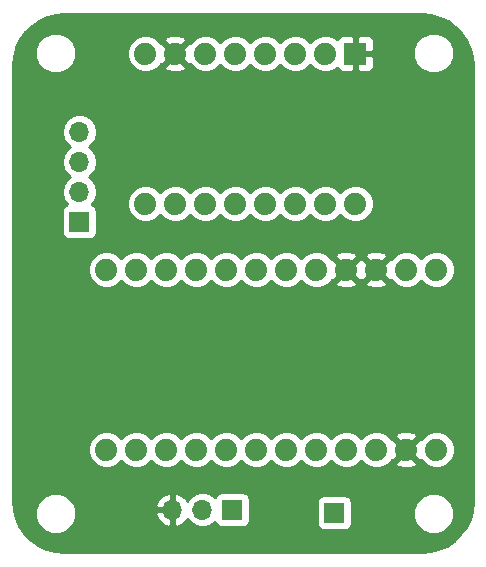
<source format=gbr>
G04 #@! TF.GenerationSoftware,KiCad,Pcbnew,(5.0.0-rc3-dev)*
G04 #@! TF.CreationDate,2019-09-30T17:53:01-04:00*
G04 #@! TF.ProjectId,orbital shaker,6F72626974616C207368616B65722E6B,rev?*
G04 #@! TF.SameCoordinates,Original*
G04 #@! TF.FileFunction,Copper,L2,Bot,Signal*
G04 #@! TF.FilePolarity,Positive*
%FSLAX46Y46*%
G04 Gerber Fmt 4.6, Leading zero omitted, Abs format (unit mm)*
G04 Created by KiCad (PCBNEW (5.0.0-rc3-dev)) date 09/30/19 17:53:01*
%MOMM*%
%LPD*%
G01*
G04 APERTURE LIST*
G04 #@! TA.AperFunction,ComponentPad*
%ADD10C,1.879600*%
G04 #@! TD*
G04 #@! TA.AperFunction,ComponentPad*
%ADD11R,1.879600X1.879600*%
G04 #@! TD*
G04 #@! TA.AperFunction,ComponentPad*
%ADD12O,1.700000X1.700000*%
G04 #@! TD*
G04 #@! TA.AperFunction,ComponentPad*
%ADD13R,1.700000X1.700000*%
G04 #@! TD*
G04 #@! TA.AperFunction,Conductor*
%ADD14C,0.254000*%
G04 #@! TD*
G04 APERTURE END LIST*
D10*
G04 #@! TO.P,A1,16*
G04 #@! TO.N,Net-(A1-Pad16)*
X134366000Y-79756000D03*
G04 #@! TO.P,A1,15*
G04 #@! TO.N,Net-(A1-Pad15)*
X131826000Y-79756000D03*
G04 #@! TO.P,A1,14*
G04 #@! TO.N,Net-(A1-Pad13)*
X129286000Y-79756000D03*
G04 #@! TO.P,A1,13*
X126746000Y-79756000D03*
G04 #@! TO.P,A1,12*
G04 #@! TO.N,Net-(A1-Pad12)*
X124206000Y-79756000D03*
G04 #@! TO.P,A1,11*
G04 #@! TO.N,Net-(A1-Pad11)*
X121666000Y-79756000D03*
G04 #@! TO.P,A1,10*
G04 #@! TO.N,Net-(A1-Pad10)*
X119126000Y-79756000D03*
G04 #@! TO.P,A1,9*
G04 #@! TO.N,Net-(A1-Pad9)*
X116586000Y-79756000D03*
G04 #@! TO.P,A1,8*
G04 #@! TO.N,+12V*
X116586000Y-67056000D03*
G04 #@! TO.P,A1,7*
G04 #@! TO.N,GND*
X119126000Y-67056000D03*
G04 #@! TO.P,A1,6*
G04 #@! TO.N,Net-(A1-Pad6)*
X121666000Y-67056000D03*
G04 #@! TO.P,A1,5*
G04 #@! TO.N,Net-(A1-Pad5)*
X124206000Y-67056000D03*
G04 #@! TO.P,A1,4*
G04 #@! TO.N,Net-(A1-Pad4)*
X126746000Y-67056000D03*
G04 #@! TO.P,A1,3*
G04 #@! TO.N,Net-(A1-Pad3)*
X129286000Y-67056000D03*
G04 #@! TO.P,A1,2*
G04 #@! TO.N,Net-(A1-Pad2)*
X131826000Y-67056000D03*
D11*
G04 #@! TO.P,A1,1*
G04 #@! TO.N,GND*
X134366000Y-67056000D03*
G04 #@! TD*
D10*
G04 #@! TO.P,B1,24*
G04 #@! TO.N,+12V*
X141224000Y-100584000D03*
G04 #@! TO.P,B1,23*
G04 #@! TO.N,GND*
X138684000Y-100584000D03*
G04 #@! TO.P,B1,22*
G04 #@! TO.N,Net-(B1-Pad22)*
X136144000Y-100584000D03*
G04 #@! TO.P,B1,21*
G04 #@! TO.N,Net-(A1-Pad13)*
X133604000Y-100584000D03*
G04 #@! TO.P,B1,20*
G04 #@! TO.N,Net-(B1-Pad20)*
X131064000Y-100584000D03*
G04 #@! TO.P,B1,19*
G04 #@! TO.N,Net-(B1-Pad19)*
X128524000Y-100584000D03*
G04 #@! TO.P,B1,18*
G04 #@! TO.N,Net-(B1-Pad18)*
X125984000Y-100584000D03*
G04 #@! TO.P,B1,17*
G04 #@! TO.N,Net-(B1-Pad17)*
X123444000Y-100584000D03*
G04 #@! TO.P,B1,16*
G04 #@! TO.N,Net-(B1-Pad16)*
X120904000Y-100584000D03*
G04 #@! TO.P,B1,15*
G04 #@! TO.N,Net-(B1-Pad15)*
X118364000Y-100584000D03*
G04 #@! TO.P,B1,14*
G04 #@! TO.N,Net-(B1-Pad14)*
X115824000Y-100584000D03*
G04 #@! TO.P,B1,13*
G04 #@! TO.N,Net-(B1-Pad13)*
X113284000Y-100584000D03*
G04 #@! TO.P,B1,12*
G04 #@! TO.N,Net-(B1-Pad12)*
X113284000Y-85344000D03*
G04 #@! TO.P,B1,11*
G04 #@! TO.N,Net-(A1-Pad16)*
X115824000Y-85344000D03*
G04 #@! TO.P,B1,10*
G04 #@! TO.N,Net-(A1-Pad15)*
X118364000Y-85344000D03*
G04 #@! TO.P,B1,9*
G04 #@! TO.N,Net-(B1-Pad9)*
X120904000Y-85344000D03*
G04 #@! TO.P,B1,8*
G04 #@! TO.N,Net-(B1-Pad8)*
X123444000Y-85344000D03*
G04 #@! TO.P,B1,7*
G04 #@! TO.N,Net-(B1-Pad7)*
X125984000Y-85344000D03*
G04 #@! TO.P,B1,6*
G04 #@! TO.N,Net-(B1-Pad6)*
X128524000Y-85344000D03*
G04 #@! TO.P,B1,5*
G04 #@! TO.N,Net-(B1-Pad5)*
X131064000Y-85344000D03*
G04 #@! TO.P,B1,4*
G04 #@! TO.N,GND*
X133604000Y-85344000D03*
G04 #@! TO.P,B1,3*
X136144000Y-85344000D03*
G04 #@! TO.P,B1,2*
G04 #@! TO.N,Net-(B1-Pad2)*
X138684000Y-85344000D03*
G04 #@! TO.P,B1,1*
G04 #@! TO.N,Net-(B1-Pad1)*
X141224000Y-85344000D03*
G04 #@! TD*
D12*
G04 #@! TO.P,J1,2*
G04 #@! TO.N,GND*
X135128000Y-105918000D03*
D13*
G04 #@! TO.P,J1,1*
G04 #@! TO.N,+12V*
X132588000Y-105918000D03*
G04 #@! TD*
D12*
G04 #@! TO.P,J2,4*
G04 #@! TO.N,Net-(A1-Pad6)*
X110998000Y-73660000D03*
G04 #@! TO.P,J2,3*
G04 #@! TO.N,Net-(A1-Pad5)*
X110998000Y-76200000D03*
G04 #@! TO.P,J2,2*
G04 #@! TO.N,Net-(A1-Pad3)*
X110998000Y-78740000D03*
D13*
G04 #@! TO.P,J2,1*
G04 #@! TO.N,Net-(A1-Pad4)*
X110998000Y-81280000D03*
G04 #@! TD*
D12*
G04 #@! TO.P,J3,3*
G04 #@! TO.N,GND*
X118872000Y-105664000D03*
G04 #@! TO.P,J3,2*
G04 #@! TO.N,Net-(B1-Pad17)*
X121412000Y-105664000D03*
D13*
G04 #@! TO.P,J3,1*
G04 #@! TO.N,Net-(A1-Pad13)*
X123952000Y-105664000D03*
G04 #@! TD*
D14*
G04 #@! TO.N,GND*
G36*
X140788747Y-63797281D02*
X141519643Y-63997231D01*
X142203575Y-64323450D01*
X142818928Y-64765626D01*
X143346259Y-65309789D01*
X143768886Y-65938726D01*
X144073463Y-66632570D01*
X144251715Y-67375039D01*
X144299001Y-68018963D01*
X144299000Y-104949269D01*
X144228719Y-105736748D01*
X144028769Y-106467643D01*
X143702550Y-107151575D01*
X143260374Y-107766928D01*
X142716211Y-108294259D01*
X142087274Y-108716886D01*
X141393429Y-109021464D01*
X140650961Y-109199714D01*
X140007051Y-109247000D01*
X109680731Y-109247000D01*
X108893252Y-109176719D01*
X108162357Y-108976769D01*
X107478425Y-108650550D01*
X106863072Y-108208374D01*
X106335741Y-107664211D01*
X105913114Y-107035274D01*
X105608536Y-106341429D01*
X105443713Y-105654887D01*
X107265000Y-105654887D01*
X107265000Y-106345113D01*
X107529138Y-106982799D01*
X108017201Y-107470862D01*
X108654887Y-107735000D01*
X109345113Y-107735000D01*
X109982799Y-107470862D01*
X110470862Y-106982799D01*
X110735000Y-106345113D01*
X110735000Y-106020892D01*
X117430514Y-106020892D01*
X117676817Y-106545358D01*
X118105076Y-106935645D01*
X118515110Y-107105476D01*
X118745000Y-106984155D01*
X118745000Y-105791000D01*
X117551181Y-105791000D01*
X117430514Y-106020892D01*
X110735000Y-106020892D01*
X110735000Y-105654887D01*
X110590946Y-105307108D01*
X117430514Y-105307108D01*
X117551181Y-105537000D01*
X118745000Y-105537000D01*
X118745000Y-104343845D01*
X118999000Y-104343845D01*
X118999000Y-105537000D01*
X119019000Y-105537000D01*
X119019000Y-105791000D01*
X118999000Y-105791000D01*
X118999000Y-106984155D01*
X119228890Y-107105476D01*
X119638924Y-106935645D01*
X120067183Y-106545358D01*
X120128157Y-106415522D01*
X120341375Y-106734625D01*
X120832582Y-107062839D01*
X121265744Y-107149000D01*
X121558256Y-107149000D01*
X121991418Y-107062839D01*
X122482625Y-106734625D01*
X122494816Y-106716381D01*
X122503843Y-106761765D01*
X122644191Y-106971809D01*
X122854235Y-107112157D01*
X123102000Y-107161440D01*
X124802000Y-107161440D01*
X125049765Y-107112157D01*
X125259809Y-106971809D01*
X125400157Y-106761765D01*
X125449440Y-106514000D01*
X125449440Y-105068000D01*
X131090560Y-105068000D01*
X131090560Y-106768000D01*
X131139843Y-107015765D01*
X131280191Y-107225809D01*
X131490235Y-107366157D01*
X131738000Y-107415440D01*
X133438000Y-107415440D01*
X133685765Y-107366157D01*
X133895809Y-107225809D01*
X134036157Y-107015765D01*
X134085440Y-106768000D01*
X134085440Y-105654887D01*
X139265000Y-105654887D01*
X139265000Y-106345113D01*
X139529138Y-106982799D01*
X140017201Y-107470862D01*
X140654887Y-107735000D01*
X141345113Y-107735000D01*
X141982799Y-107470862D01*
X142470862Y-106982799D01*
X142735000Y-106345113D01*
X142735000Y-105654887D01*
X142470862Y-105017201D01*
X141982799Y-104529138D01*
X141345113Y-104265000D01*
X140654887Y-104265000D01*
X140017201Y-104529138D01*
X139529138Y-105017201D01*
X139265000Y-105654887D01*
X134085440Y-105654887D01*
X134085440Y-105068000D01*
X134036157Y-104820235D01*
X133895809Y-104610191D01*
X133685765Y-104469843D01*
X133438000Y-104420560D01*
X131738000Y-104420560D01*
X131490235Y-104469843D01*
X131280191Y-104610191D01*
X131139843Y-104820235D01*
X131090560Y-105068000D01*
X125449440Y-105068000D01*
X125449440Y-104814000D01*
X125400157Y-104566235D01*
X125259809Y-104356191D01*
X125049765Y-104215843D01*
X124802000Y-104166560D01*
X123102000Y-104166560D01*
X122854235Y-104215843D01*
X122644191Y-104356191D01*
X122503843Y-104566235D01*
X122494816Y-104611619D01*
X122482625Y-104593375D01*
X121991418Y-104265161D01*
X121558256Y-104179000D01*
X121265744Y-104179000D01*
X120832582Y-104265161D01*
X120341375Y-104593375D01*
X120128157Y-104912478D01*
X120067183Y-104782642D01*
X119638924Y-104392355D01*
X119228890Y-104222524D01*
X118999000Y-104343845D01*
X118745000Y-104343845D01*
X118515110Y-104222524D01*
X118105076Y-104392355D01*
X117676817Y-104782642D01*
X117430514Y-105307108D01*
X110590946Y-105307108D01*
X110470862Y-105017201D01*
X109982799Y-104529138D01*
X109345113Y-104265000D01*
X108654887Y-104265000D01*
X108017201Y-104529138D01*
X107529138Y-105017201D01*
X107265000Y-105654887D01*
X105443713Y-105654887D01*
X105430286Y-105598961D01*
X105383000Y-104955051D01*
X105383000Y-100270753D01*
X111709200Y-100270753D01*
X111709200Y-100897247D01*
X111948949Y-101476052D01*
X112391948Y-101919051D01*
X112970753Y-102158800D01*
X113597247Y-102158800D01*
X114176052Y-101919051D01*
X114554000Y-101541103D01*
X114931948Y-101919051D01*
X115510753Y-102158800D01*
X116137247Y-102158800D01*
X116716052Y-101919051D01*
X117094000Y-101541103D01*
X117471948Y-101919051D01*
X118050753Y-102158800D01*
X118677247Y-102158800D01*
X119256052Y-101919051D01*
X119634000Y-101541103D01*
X120011948Y-101919051D01*
X120590753Y-102158800D01*
X121217247Y-102158800D01*
X121796052Y-101919051D01*
X122174000Y-101541103D01*
X122551948Y-101919051D01*
X123130753Y-102158800D01*
X123757247Y-102158800D01*
X124336052Y-101919051D01*
X124714000Y-101541103D01*
X125091948Y-101919051D01*
X125670753Y-102158800D01*
X126297247Y-102158800D01*
X126876052Y-101919051D01*
X127254000Y-101541103D01*
X127631948Y-101919051D01*
X128210753Y-102158800D01*
X128837247Y-102158800D01*
X129416052Y-101919051D01*
X129794000Y-101541103D01*
X130171948Y-101919051D01*
X130750753Y-102158800D01*
X131377247Y-102158800D01*
X131956052Y-101919051D01*
X132334000Y-101541103D01*
X132711948Y-101919051D01*
X133290753Y-102158800D01*
X133917247Y-102158800D01*
X134496052Y-101919051D01*
X134874000Y-101541103D01*
X135251948Y-101919051D01*
X135830753Y-102158800D01*
X136457247Y-102158800D01*
X137036052Y-101919051D01*
X137262135Y-101692968D01*
X137754637Y-101692968D01*
X137845923Y-101953580D01*
X138433833Y-102170045D01*
X139059828Y-102145049D01*
X139522077Y-101953580D01*
X139613363Y-101692968D01*
X138684000Y-100763605D01*
X137754637Y-101692968D01*
X137262135Y-101692968D01*
X137476317Y-101478786D01*
X137575032Y-101513363D01*
X138504395Y-100584000D01*
X138863605Y-100584000D01*
X139792968Y-101513363D01*
X139891683Y-101478786D01*
X140331948Y-101919051D01*
X140910753Y-102158800D01*
X141537247Y-102158800D01*
X142116052Y-101919051D01*
X142559051Y-101476052D01*
X142798800Y-100897247D01*
X142798800Y-100270753D01*
X142559051Y-99691948D01*
X142116052Y-99248949D01*
X141537247Y-99009200D01*
X140910753Y-99009200D01*
X140331948Y-99248949D01*
X139891683Y-99689214D01*
X139792968Y-99654637D01*
X138863605Y-100584000D01*
X138504395Y-100584000D01*
X137575032Y-99654637D01*
X137476317Y-99689214D01*
X137262135Y-99475032D01*
X137754637Y-99475032D01*
X138684000Y-100404395D01*
X139613363Y-99475032D01*
X139522077Y-99214420D01*
X138934167Y-98997955D01*
X138308172Y-99022951D01*
X137845923Y-99214420D01*
X137754637Y-99475032D01*
X137262135Y-99475032D01*
X137036052Y-99248949D01*
X136457247Y-99009200D01*
X135830753Y-99009200D01*
X135251948Y-99248949D01*
X134874000Y-99626897D01*
X134496052Y-99248949D01*
X133917247Y-99009200D01*
X133290753Y-99009200D01*
X132711948Y-99248949D01*
X132334000Y-99626897D01*
X131956052Y-99248949D01*
X131377247Y-99009200D01*
X130750753Y-99009200D01*
X130171948Y-99248949D01*
X129794000Y-99626897D01*
X129416052Y-99248949D01*
X128837247Y-99009200D01*
X128210753Y-99009200D01*
X127631948Y-99248949D01*
X127254000Y-99626897D01*
X126876052Y-99248949D01*
X126297247Y-99009200D01*
X125670753Y-99009200D01*
X125091948Y-99248949D01*
X124714000Y-99626897D01*
X124336052Y-99248949D01*
X123757247Y-99009200D01*
X123130753Y-99009200D01*
X122551948Y-99248949D01*
X122174000Y-99626897D01*
X121796052Y-99248949D01*
X121217247Y-99009200D01*
X120590753Y-99009200D01*
X120011948Y-99248949D01*
X119634000Y-99626897D01*
X119256052Y-99248949D01*
X118677247Y-99009200D01*
X118050753Y-99009200D01*
X117471948Y-99248949D01*
X117094000Y-99626897D01*
X116716052Y-99248949D01*
X116137247Y-99009200D01*
X115510753Y-99009200D01*
X114931948Y-99248949D01*
X114554000Y-99626897D01*
X114176052Y-99248949D01*
X113597247Y-99009200D01*
X112970753Y-99009200D01*
X112391948Y-99248949D01*
X111948949Y-99691948D01*
X111709200Y-100270753D01*
X105383000Y-100270753D01*
X105383000Y-85030753D01*
X111709200Y-85030753D01*
X111709200Y-85657247D01*
X111948949Y-86236052D01*
X112391948Y-86679051D01*
X112970753Y-86918800D01*
X113597247Y-86918800D01*
X114176052Y-86679051D01*
X114554000Y-86301103D01*
X114931948Y-86679051D01*
X115510753Y-86918800D01*
X116137247Y-86918800D01*
X116716052Y-86679051D01*
X117094000Y-86301103D01*
X117471948Y-86679051D01*
X118050753Y-86918800D01*
X118677247Y-86918800D01*
X119256052Y-86679051D01*
X119634000Y-86301103D01*
X120011948Y-86679051D01*
X120590753Y-86918800D01*
X121217247Y-86918800D01*
X121796052Y-86679051D01*
X122174000Y-86301103D01*
X122551948Y-86679051D01*
X123130753Y-86918800D01*
X123757247Y-86918800D01*
X124336052Y-86679051D01*
X124714000Y-86301103D01*
X125091948Y-86679051D01*
X125670753Y-86918800D01*
X126297247Y-86918800D01*
X126876052Y-86679051D01*
X127254000Y-86301103D01*
X127631948Y-86679051D01*
X128210753Y-86918800D01*
X128837247Y-86918800D01*
X129416052Y-86679051D01*
X129794000Y-86301103D01*
X130171948Y-86679051D01*
X130750753Y-86918800D01*
X131377247Y-86918800D01*
X131956052Y-86679051D01*
X132182135Y-86452968D01*
X132674637Y-86452968D01*
X132765923Y-86713580D01*
X133353833Y-86930045D01*
X133979828Y-86905049D01*
X134442077Y-86713580D01*
X134533363Y-86452968D01*
X135214637Y-86452968D01*
X135305923Y-86713580D01*
X135893833Y-86930045D01*
X136519828Y-86905049D01*
X136982077Y-86713580D01*
X137073363Y-86452968D01*
X136144000Y-85523605D01*
X135214637Y-86452968D01*
X134533363Y-86452968D01*
X133604000Y-85523605D01*
X132674637Y-86452968D01*
X132182135Y-86452968D01*
X132396317Y-86238786D01*
X132495032Y-86273363D01*
X133424395Y-85344000D01*
X133783605Y-85344000D01*
X134712968Y-86273363D01*
X134874000Y-86216957D01*
X135035032Y-86273363D01*
X135964395Y-85344000D01*
X136323605Y-85344000D01*
X137252968Y-86273363D01*
X137351683Y-86238786D01*
X137791948Y-86679051D01*
X138370753Y-86918800D01*
X138997247Y-86918800D01*
X139576052Y-86679051D01*
X139954000Y-86301103D01*
X140331948Y-86679051D01*
X140910753Y-86918800D01*
X141537247Y-86918800D01*
X142116052Y-86679051D01*
X142559051Y-86236052D01*
X142798800Y-85657247D01*
X142798800Y-85030753D01*
X142559051Y-84451948D01*
X142116052Y-84008949D01*
X141537247Y-83769200D01*
X140910753Y-83769200D01*
X140331948Y-84008949D01*
X139954000Y-84386897D01*
X139576052Y-84008949D01*
X138997247Y-83769200D01*
X138370753Y-83769200D01*
X137791948Y-84008949D01*
X137351683Y-84449214D01*
X137252968Y-84414637D01*
X136323605Y-85344000D01*
X135964395Y-85344000D01*
X135035032Y-84414637D01*
X134874000Y-84471043D01*
X134712968Y-84414637D01*
X133783605Y-85344000D01*
X133424395Y-85344000D01*
X132495032Y-84414637D01*
X132396317Y-84449214D01*
X132182135Y-84235032D01*
X132674637Y-84235032D01*
X133604000Y-85164395D01*
X134533363Y-84235032D01*
X135214637Y-84235032D01*
X136144000Y-85164395D01*
X137073363Y-84235032D01*
X136982077Y-83974420D01*
X136394167Y-83757955D01*
X135768172Y-83782951D01*
X135305923Y-83974420D01*
X135214637Y-84235032D01*
X134533363Y-84235032D01*
X134442077Y-83974420D01*
X133854167Y-83757955D01*
X133228172Y-83782951D01*
X132765923Y-83974420D01*
X132674637Y-84235032D01*
X132182135Y-84235032D01*
X131956052Y-84008949D01*
X131377247Y-83769200D01*
X130750753Y-83769200D01*
X130171948Y-84008949D01*
X129794000Y-84386897D01*
X129416052Y-84008949D01*
X128837247Y-83769200D01*
X128210753Y-83769200D01*
X127631948Y-84008949D01*
X127254000Y-84386897D01*
X126876052Y-84008949D01*
X126297247Y-83769200D01*
X125670753Y-83769200D01*
X125091948Y-84008949D01*
X124714000Y-84386897D01*
X124336052Y-84008949D01*
X123757247Y-83769200D01*
X123130753Y-83769200D01*
X122551948Y-84008949D01*
X122174000Y-84386897D01*
X121796052Y-84008949D01*
X121217247Y-83769200D01*
X120590753Y-83769200D01*
X120011948Y-84008949D01*
X119634000Y-84386897D01*
X119256052Y-84008949D01*
X118677247Y-83769200D01*
X118050753Y-83769200D01*
X117471948Y-84008949D01*
X117094000Y-84386897D01*
X116716052Y-84008949D01*
X116137247Y-83769200D01*
X115510753Y-83769200D01*
X114931948Y-84008949D01*
X114554000Y-84386897D01*
X114176052Y-84008949D01*
X113597247Y-83769200D01*
X112970753Y-83769200D01*
X112391948Y-84008949D01*
X111948949Y-84451948D01*
X111709200Y-85030753D01*
X105383000Y-85030753D01*
X105383000Y-73660000D01*
X109483908Y-73660000D01*
X109599161Y-74239418D01*
X109927375Y-74730625D01*
X110225761Y-74930000D01*
X109927375Y-75129375D01*
X109599161Y-75620582D01*
X109483908Y-76200000D01*
X109599161Y-76779418D01*
X109927375Y-77270625D01*
X110225761Y-77470000D01*
X109927375Y-77669375D01*
X109599161Y-78160582D01*
X109483908Y-78740000D01*
X109599161Y-79319418D01*
X109927375Y-79810625D01*
X109945619Y-79822816D01*
X109900235Y-79831843D01*
X109690191Y-79972191D01*
X109549843Y-80182235D01*
X109500560Y-80430000D01*
X109500560Y-82130000D01*
X109549843Y-82377765D01*
X109690191Y-82587809D01*
X109900235Y-82728157D01*
X110148000Y-82777440D01*
X111848000Y-82777440D01*
X112095765Y-82728157D01*
X112305809Y-82587809D01*
X112446157Y-82377765D01*
X112495440Y-82130000D01*
X112495440Y-80430000D01*
X112446157Y-80182235D01*
X112305809Y-79972191D01*
X112095765Y-79831843D01*
X112050381Y-79822816D01*
X112068625Y-79810625D01*
X112314429Y-79442753D01*
X115011200Y-79442753D01*
X115011200Y-80069247D01*
X115250949Y-80648052D01*
X115693948Y-81091051D01*
X116272753Y-81330800D01*
X116899247Y-81330800D01*
X117478052Y-81091051D01*
X117856000Y-80713103D01*
X118233948Y-81091051D01*
X118812753Y-81330800D01*
X119439247Y-81330800D01*
X120018052Y-81091051D01*
X120396000Y-80713103D01*
X120773948Y-81091051D01*
X121352753Y-81330800D01*
X121979247Y-81330800D01*
X122558052Y-81091051D01*
X122936000Y-80713103D01*
X123313948Y-81091051D01*
X123892753Y-81330800D01*
X124519247Y-81330800D01*
X125098052Y-81091051D01*
X125476000Y-80713103D01*
X125853948Y-81091051D01*
X126432753Y-81330800D01*
X127059247Y-81330800D01*
X127638052Y-81091051D01*
X128016000Y-80713103D01*
X128393948Y-81091051D01*
X128972753Y-81330800D01*
X129599247Y-81330800D01*
X130178052Y-81091051D01*
X130556000Y-80713103D01*
X130933948Y-81091051D01*
X131512753Y-81330800D01*
X132139247Y-81330800D01*
X132718052Y-81091051D01*
X133096000Y-80713103D01*
X133473948Y-81091051D01*
X134052753Y-81330800D01*
X134679247Y-81330800D01*
X135258052Y-81091051D01*
X135701051Y-80648052D01*
X135940800Y-80069247D01*
X135940800Y-79442753D01*
X135701051Y-78863948D01*
X135258052Y-78420949D01*
X134679247Y-78181200D01*
X134052753Y-78181200D01*
X133473948Y-78420949D01*
X133096000Y-78798897D01*
X132718052Y-78420949D01*
X132139247Y-78181200D01*
X131512753Y-78181200D01*
X130933948Y-78420949D01*
X130556000Y-78798897D01*
X130178052Y-78420949D01*
X129599247Y-78181200D01*
X128972753Y-78181200D01*
X128393948Y-78420949D01*
X128016000Y-78798897D01*
X127638052Y-78420949D01*
X127059247Y-78181200D01*
X126432753Y-78181200D01*
X125853948Y-78420949D01*
X125476000Y-78798897D01*
X125098052Y-78420949D01*
X124519247Y-78181200D01*
X123892753Y-78181200D01*
X123313948Y-78420949D01*
X122936000Y-78798897D01*
X122558052Y-78420949D01*
X121979247Y-78181200D01*
X121352753Y-78181200D01*
X120773948Y-78420949D01*
X120396000Y-78798897D01*
X120018052Y-78420949D01*
X119439247Y-78181200D01*
X118812753Y-78181200D01*
X118233948Y-78420949D01*
X117856000Y-78798897D01*
X117478052Y-78420949D01*
X116899247Y-78181200D01*
X116272753Y-78181200D01*
X115693948Y-78420949D01*
X115250949Y-78863948D01*
X115011200Y-79442753D01*
X112314429Y-79442753D01*
X112396839Y-79319418D01*
X112512092Y-78740000D01*
X112396839Y-78160582D01*
X112068625Y-77669375D01*
X111770239Y-77470000D01*
X112068625Y-77270625D01*
X112396839Y-76779418D01*
X112512092Y-76200000D01*
X112396839Y-75620582D01*
X112068625Y-75129375D01*
X111770239Y-74930000D01*
X112068625Y-74730625D01*
X112396839Y-74239418D01*
X112512092Y-73660000D01*
X112396839Y-73080582D01*
X112068625Y-72589375D01*
X111577418Y-72261161D01*
X111144256Y-72175000D01*
X110851744Y-72175000D01*
X110418582Y-72261161D01*
X109927375Y-72589375D01*
X109599161Y-73080582D01*
X109483908Y-73660000D01*
X105383000Y-73660000D01*
X105383000Y-68024731D01*
X105453281Y-67237253D01*
X105612597Y-66654887D01*
X107265000Y-66654887D01*
X107265000Y-67345113D01*
X107529138Y-67982799D01*
X108017201Y-68470862D01*
X108654887Y-68735000D01*
X109345113Y-68735000D01*
X109982799Y-68470862D01*
X110470862Y-67982799D01*
X110735000Y-67345113D01*
X110735000Y-66742753D01*
X115011200Y-66742753D01*
X115011200Y-67369247D01*
X115250949Y-67948052D01*
X115693948Y-68391051D01*
X116272753Y-68630800D01*
X116899247Y-68630800D01*
X117478052Y-68391051D01*
X117704135Y-68164968D01*
X118196637Y-68164968D01*
X118287923Y-68425580D01*
X118875833Y-68642045D01*
X119501828Y-68617049D01*
X119964077Y-68425580D01*
X120055363Y-68164968D01*
X119126000Y-67235605D01*
X118196637Y-68164968D01*
X117704135Y-68164968D01*
X117918317Y-67950786D01*
X118017032Y-67985363D01*
X118946395Y-67056000D01*
X119305605Y-67056000D01*
X120234968Y-67985363D01*
X120333683Y-67950786D01*
X120773948Y-68391051D01*
X121352753Y-68630800D01*
X121979247Y-68630800D01*
X122558052Y-68391051D01*
X122936000Y-68013103D01*
X123313948Y-68391051D01*
X123892753Y-68630800D01*
X124519247Y-68630800D01*
X125098052Y-68391051D01*
X125476000Y-68013103D01*
X125853948Y-68391051D01*
X126432753Y-68630800D01*
X127059247Y-68630800D01*
X127638052Y-68391051D01*
X128016000Y-68013103D01*
X128393948Y-68391051D01*
X128972753Y-68630800D01*
X129599247Y-68630800D01*
X130178052Y-68391051D01*
X130556000Y-68013103D01*
X130933948Y-68391051D01*
X131512753Y-68630800D01*
X132139247Y-68630800D01*
X132718052Y-68391051D01*
X132848547Y-68260556D01*
X132887873Y-68355498D01*
X133066501Y-68534127D01*
X133299890Y-68630800D01*
X134080250Y-68630800D01*
X134239000Y-68472050D01*
X134239000Y-67183000D01*
X134493000Y-67183000D01*
X134493000Y-68472050D01*
X134651750Y-68630800D01*
X135432110Y-68630800D01*
X135665499Y-68534127D01*
X135844127Y-68355498D01*
X135940800Y-68122109D01*
X135940800Y-67341750D01*
X135782050Y-67183000D01*
X134493000Y-67183000D01*
X134239000Y-67183000D01*
X134219000Y-67183000D01*
X134219000Y-66929000D01*
X134239000Y-66929000D01*
X134239000Y-65639950D01*
X134493000Y-65639950D01*
X134493000Y-66929000D01*
X135782050Y-66929000D01*
X135940800Y-66770250D01*
X135940800Y-66654887D01*
X139265000Y-66654887D01*
X139265000Y-67345113D01*
X139529138Y-67982799D01*
X140017201Y-68470862D01*
X140654887Y-68735000D01*
X141345113Y-68735000D01*
X141982799Y-68470862D01*
X142470862Y-67982799D01*
X142735000Y-67345113D01*
X142735000Y-66654887D01*
X142470862Y-66017201D01*
X141982799Y-65529138D01*
X141345113Y-65265000D01*
X140654887Y-65265000D01*
X140017201Y-65529138D01*
X139529138Y-66017201D01*
X139265000Y-66654887D01*
X135940800Y-66654887D01*
X135940800Y-65989891D01*
X135844127Y-65756502D01*
X135665499Y-65577873D01*
X135432110Y-65481200D01*
X134651750Y-65481200D01*
X134493000Y-65639950D01*
X134239000Y-65639950D01*
X134080250Y-65481200D01*
X133299890Y-65481200D01*
X133066501Y-65577873D01*
X132887873Y-65756502D01*
X132848547Y-65851444D01*
X132718052Y-65720949D01*
X132139247Y-65481200D01*
X131512753Y-65481200D01*
X130933948Y-65720949D01*
X130556000Y-66098897D01*
X130178052Y-65720949D01*
X129599247Y-65481200D01*
X128972753Y-65481200D01*
X128393948Y-65720949D01*
X128016000Y-66098897D01*
X127638052Y-65720949D01*
X127059247Y-65481200D01*
X126432753Y-65481200D01*
X125853948Y-65720949D01*
X125476000Y-66098897D01*
X125098052Y-65720949D01*
X124519247Y-65481200D01*
X123892753Y-65481200D01*
X123313948Y-65720949D01*
X122936000Y-66098897D01*
X122558052Y-65720949D01*
X121979247Y-65481200D01*
X121352753Y-65481200D01*
X120773948Y-65720949D01*
X120333683Y-66161214D01*
X120234968Y-66126637D01*
X119305605Y-67056000D01*
X118946395Y-67056000D01*
X118017032Y-66126637D01*
X117918317Y-66161214D01*
X117704135Y-65947032D01*
X118196637Y-65947032D01*
X119126000Y-66876395D01*
X120055363Y-65947032D01*
X119964077Y-65686420D01*
X119376167Y-65469955D01*
X118750172Y-65494951D01*
X118287923Y-65686420D01*
X118196637Y-65947032D01*
X117704135Y-65947032D01*
X117478052Y-65720949D01*
X116899247Y-65481200D01*
X116272753Y-65481200D01*
X115693948Y-65720949D01*
X115250949Y-66163948D01*
X115011200Y-66742753D01*
X110735000Y-66742753D01*
X110735000Y-66654887D01*
X110470862Y-66017201D01*
X109982799Y-65529138D01*
X109345113Y-65265000D01*
X108654887Y-65265000D01*
X108017201Y-65529138D01*
X107529138Y-66017201D01*
X107265000Y-66654887D01*
X105612597Y-66654887D01*
X105653231Y-66506357D01*
X105979450Y-65822425D01*
X106421626Y-65207072D01*
X106965789Y-64679741D01*
X107594726Y-64257114D01*
X108288570Y-63952537D01*
X109031039Y-63774285D01*
X109674949Y-63727000D01*
X140001269Y-63727000D01*
X140788747Y-63797281D01*
X140788747Y-63797281D01*
G37*
X140788747Y-63797281D02*
X141519643Y-63997231D01*
X142203575Y-64323450D01*
X142818928Y-64765626D01*
X143346259Y-65309789D01*
X143768886Y-65938726D01*
X144073463Y-66632570D01*
X144251715Y-67375039D01*
X144299001Y-68018963D01*
X144299000Y-104949269D01*
X144228719Y-105736748D01*
X144028769Y-106467643D01*
X143702550Y-107151575D01*
X143260374Y-107766928D01*
X142716211Y-108294259D01*
X142087274Y-108716886D01*
X141393429Y-109021464D01*
X140650961Y-109199714D01*
X140007051Y-109247000D01*
X109680731Y-109247000D01*
X108893252Y-109176719D01*
X108162357Y-108976769D01*
X107478425Y-108650550D01*
X106863072Y-108208374D01*
X106335741Y-107664211D01*
X105913114Y-107035274D01*
X105608536Y-106341429D01*
X105443713Y-105654887D01*
X107265000Y-105654887D01*
X107265000Y-106345113D01*
X107529138Y-106982799D01*
X108017201Y-107470862D01*
X108654887Y-107735000D01*
X109345113Y-107735000D01*
X109982799Y-107470862D01*
X110470862Y-106982799D01*
X110735000Y-106345113D01*
X110735000Y-106020892D01*
X117430514Y-106020892D01*
X117676817Y-106545358D01*
X118105076Y-106935645D01*
X118515110Y-107105476D01*
X118745000Y-106984155D01*
X118745000Y-105791000D01*
X117551181Y-105791000D01*
X117430514Y-106020892D01*
X110735000Y-106020892D01*
X110735000Y-105654887D01*
X110590946Y-105307108D01*
X117430514Y-105307108D01*
X117551181Y-105537000D01*
X118745000Y-105537000D01*
X118745000Y-104343845D01*
X118999000Y-104343845D01*
X118999000Y-105537000D01*
X119019000Y-105537000D01*
X119019000Y-105791000D01*
X118999000Y-105791000D01*
X118999000Y-106984155D01*
X119228890Y-107105476D01*
X119638924Y-106935645D01*
X120067183Y-106545358D01*
X120128157Y-106415522D01*
X120341375Y-106734625D01*
X120832582Y-107062839D01*
X121265744Y-107149000D01*
X121558256Y-107149000D01*
X121991418Y-107062839D01*
X122482625Y-106734625D01*
X122494816Y-106716381D01*
X122503843Y-106761765D01*
X122644191Y-106971809D01*
X122854235Y-107112157D01*
X123102000Y-107161440D01*
X124802000Y-107161440D01*
X125049765Y-107112157D01*
X125259809Y-106971809D01*
X125400157Y-106761765D01*
X125449440Y-106514000D01*
X125449440Y-105068000D01*
X131090560Y-105068000D01*
X131090560Y-106768000D01*
X131139843Y-107015765D01*
X131280191Y-107225809D01*
X131490235Y-107366157D01*
X131738000Y-107415440D01*
X133438000Y-107415440D01*
X133685765Y-107366157D01*
X133895809Y-107225809D01*
X134036157Y-107015765D01*
X134085440Y-106768000D01*
X134085440Y-105654887D01*
X139265000Y-105654887D01*
X139265000Y-106345113D01*
X139529138Y-106982799D01*
X140017201Y-107470862D01*
X140654887Y-107735000D01*
X141345113Y-107735000D01*
X141982799Y-107470862D01*
X142470862Y-106982799D01*
X142735000Y-106345113D01*
X142735000Y-105654887D01*
X142470862Y-105017201D01*
X141982799Y-104529138D01*
X141345113Y-104265000D01*
X140654887Y-104265000D01*
X140017201Y-104529138D01*
X139529138Y-105017201D01*
X139265000Y-105654887D01*
X134085440Y-105654887D01*
X134085440Y-105068000D01*
X134036157Y-104820235D01*
X133895809Y-104610191D01*
X133685765Y-104469843D01*
X133438000Y-104420560D01*
X131738000Y-104420560D01*
X131490235Y-104469843D01*
X131280191Y-104610191D01*
X131139843Y-104820235D01*
X131090560Y-105068000D01*
X125449440Y-105068000D01*
X125449440Y-104814000D01*
X125400157Y-104566235D01*
X125259809Y-104356191D01*
X125049765Y-104215843D01*
X124802000Y-104166560D01*
X123102000Y-104166560D01*
X122854235Y-104215843D01*
X122644191Y-104356191D01*
X122503843Y-104566235D01*
X122494816Y-104611619D01*
X122482625Y-104593375D01*
X121991418Y-104265161D01*
X121558256Y-104179000D01*
X121265744Y-104179000D01*
X120832582Y-104265161D01*
X120341375Y-104593375D01*
X120128157Y-104912478D01*
X120067183Y-104782642D01*
X119638924Y-104392355D01*
X119228890Y-104222524D01*
X118999000Y-104343845D01*
X118745000Y-104343845D01*
X118515110Y-104222524D01*
X118105076Y-104392355D01*
X117676817Y-104782642D01*
X117430514Y-105307108D01*
X110590946Y-105307108D01*
X110470862Y-105017201D01*
X109982799Y-104529138D01*
X109345113Y-104265000D01*
X108654887Y-104265000D01*
X108017201Y-104529138D01*
X107529138Y-105017201D01*
X107265000Y-105654887D01*
X105443713Y-105654887D01*
X105430286Y-105598961D01*
X105383000Y-104955051D01*
X105383000Y-100270753D01*
X111709200Y-100270753D01*
X111709200Y-100897247D01*
X111948949Y-101476052D01*
X112391948Y-101919051D01*
X112970753Y-102158800D01*
X113597247Y-102158800D01*
X114176052Y-101919051D01*
X114554000Y-101541103D01*
X114931948Y-101919051D01*
X115510753Y-102158800D01*
X116137247Y-102158800D01*
X116716052Y-101919051D01*
X117094000Y-101541103D01*
X117471948Y-101919051D01*
X118050753Y-102158800D01*
X118677247Y-102158800D01*
X119256052Y-101919051D01*
X119634000Y-101541103D01*
X120011948Y-101919051D01*
X120590753Y-102158800D01*
X121217247Y-102158800D01*
X121796052Y-101919051D01*
X122174000Y-101541103D01*
X122551948Y-101919051D01*
X123130753Y-102158800D01*
X123757247Y-102158800D01*
X124336052Y-101919051D01*
X124714000Y-101541103D01*
X125091948Y-101919051D01*
X125670753Y-102158800D01*
X126297247Y-102158800D01*
X126876052Y-101919051D01*
X127254000Y-101541103D01*
X127631948Y-101919051D01*
X128210753Y-102158800D01*
X128837247Y-102158800D01*
X129416052Y-101919051D01*
X129794000Y-101541103D01*
X130171948Y-101919051D01*
X130750753Y-102158800D01*
X131377247Y-102158800D01*
X131956052Y-101919051D01*
X132334000Y-101541103D01*
X132711948Y-101919051D01*
X133290753Y-102158800D01*
X133917247Y-102158800D01*
X134496052Y-101919051D01*
X134874000Y-101541103D01*
X135251948Y-101919051D01*
X135830753Y-102158800D01*
X136457247Y-102158800D01*
X137036052Y-101919051D01*
X137262135Y-101692968D01*
X137754637Y-101692968D01*
X137845923Y-101953580D01*
X138433833Y-102170045D01*
X139059828Y-102145049D01*
X139522077Y-101953580D01*
X139613363Y-101692968D01*
X138684000Y-100763605D01*
X137754637Y-101692968D01*
X137262135Y-101692968D01*
X137476317Y-101478786D01*
X137575032Y-101513363D01*
X138504395Y-100584000D01*
X138863605Y-100584000D01*
X139792968Y-101513363D01*
X139891683Y-101478786D01*
X140331948Y-101919051D01*
X140910753Y-102158800D01*
X141537247Y-102158800D01*
X142116052Y-101919051D01*
X142559051Y-101476052D01*
X142798800Y-100897247D01*
X142798800Y-100270753D01*
X142559051Y-99691948D01*
X142116052Y-99248949D01*
X141537247Y-99009200D01*
X140910753Y-99009200D01*
X140331948Y-99248949D01*
X139891683Y-99689214D01*
X139792968Y-99654637D01*
X138863605Y-100584000D01*
X138504395Y-100584000D01*
X137575032Y-99654637D01*
X137476317Y-99689214D01*
X137262135Y-99475032D01*
X137754637Y-99475032D01*
X138684000Y-100404395D01*
X139613363Y-99475032D01*
X139522077Y-99214420D01*
X138934167Y-98997955D01*
X138308172Y-99022951D01*
X137845923Y-99214420D01*
X137754637Y-99475032D01*
X137262135Y-99475032D01*
X137036052Y-99248949D01*
X136457247Y-99009200D01*
X135830753Y-99009200D01*
X135251948Y-99248949D01*
X134874000Y-99626897D01*
X134496052Y-99248949D01*
X133917247Y-99009200D01*
X133290753Y-99009200D01*
X132711948Y-99248949D01*
X132334000Y-99626897D01*
X131956052Y-99248949D01*
X131377247Y-99009200D01*
X130750753Y-99009200D01*
X130171948Y-99248949D01*
X129794000Y-99626897D01*
X129416052Y-99248949D01*
X128837247Y-99009200D01*
X128210753Y-99009200D01*
X127631948Y-99248949D01*
X127254000Y-99626897D01*
X126876052Y-99248949D01*
X126297247Y-99009200D01*
X125670753Y-99009200D01*
X125091948Y-99248949D01*
X124714000Y-99626897D01*
X124336052Y-99248949D01*
X123757247Y-99009200D01*
X123130753Y-99009200D01*
X122551948Y-99248949D01*
X122174000Y-99626897D01*
X121796052Y-99248949D01*
X121217247Y-99009200D01*
X120590753Y-99009200D01*
X120011948Y-99248949D01*
X119634000Y-99626897D01*
X119256052Y-99248949D01*
X118677247Y-99009200D01*
X118050753Y-99009200D01*
X117471948Y-99248949D01*
X117094000Y-99626897D01*
X116716052Y-99248949D01*
X116137247Y-99009200D01*
X115510753Y-99009200D01*
X114931948Y-99248949D01*
X114554000Y-99626897D01*
X114176052Y-99248949D01*
X113597247Y-99009200D01*
X112970753Y-99009200D01*
X112391948Y-99248949D01*
X111948949Y-99691948D01*
X111709200Y-100270753D01*
X105383000Y-100270753D01*
X105383000Y-85030753D01*
X111709200Y-85030753D01*
X111709200Y-85657247D01*
X111948949Y-86236052D01*
X112391948Y-86679051D01*
X112970753Y-86918800D01*
X113597247Y-86918800D01*
X114176052Y-86679051D01*
X114554000Y-86301103D01*
X114931948Y-86679051D01*
X115510753Y-86918800D01*
X116137247Y-86918800D01*
X116716052Y-86679051D01*
X117094000Y-86301103D01*
X117471948Y-86679051D01*
X118050753Y-86918800D01*
X118677247Y-86918800D01*
X119256052Y-86679051D01*
X119634000Y-86301103D01*
X120011948Y-86679051D01*
X120590753Y-86918800D01*
X121217247Y-86918800D01*
X121796052Y-86679051D01*
X122174000Y-86301103D01*
X122551948Y-86679051D01*
X123130753Y-86918800D01*
X123757247Y-86918800D01*
X124336052Y-86679051D01*
X124714000Y-86301103D01*
X125091948Y-86679051D01*
X125670753Y-86918800D01*
X126297247Y-86918800D01*
X126876052Y-86679051D01*
X127254000Y-86301103D01*
X127631948Y-86679051D01*
X128210753Y-86918800D01*
X128837247Y-86918800D01*
X129416052Y-86679051D01*
X129794000Y-86301103D01*
X130171948Y-86679051D01*
X130750753Y-86918800D01*
X131377247Y-86918800D01*
X131956052Y-86679051D01*
X132182135Y-86452968D01*
X132674637Y-86452968D01*
X132765923Y-86713580D01*
X133353833Y-86930045D01*
X133979828Y-86905049D01*
X134442077Y-86713580D01*
X134533363Y-86452968D01*
X135214637Y-86452968D01*
X135305923Y-86713580D01*
X135893833Y-86930045D01*
X136519828Y-86905049D01*
X136982077Y-86713580D01*
X137073363Y-86452968D01*
X136144000Y-85523605D01*
X135214637Y-86452968D01*
X134533363Y-86452968D01*
X133604000Y-85523605D01*
X132674637Y-86452968D01*
X132182135Y-86452968D01*
X132396317Y-86238786D01*
X132495032Y-86273363D01*
X133424395Y-85344000D01*
X133783605Y-85344000D01*
X134712968Y-86273363D01*
X134874000Y-86216957D01*
X135035032Y-86273363D01*
X135964395Y-85344000D01*
X136323605Y-85344000D01*
X137252968Y-86273363D01*
X137351683Y-86238786D01*
X137791948Y-86679051D01*
X138370753Y-86918800D01*
X138997247Y-86918800D01*
X139576052Y-86679051D01*
X139954000Y-86301103D01*
X140331948Y-86679051D01*
X140910753Y-86918800D01*
X141537247Y-86918800D01*
X142116052Y-86679051D01*
X142559051Y-86236052D01*
X142798800Y-85657247D01*
X142798800Y-85030753D01*
X142559051Y-84451948D01*
X142116052Y-84008949D01*
X141537247Y-83769200D01*
X140910753Y-83769200D01*
X140331948Y-84008949D01*
X139954000Y-84386897D01*
X139576052Y-84008949D01*
X138997247Y-83769200D01*
X138370753Y-83769200D01*
X137791948Y-84008949D01*
X137351683Y-84449214D01*
X137252968Y-84414637D01*
X136323605Y-85344000D01*
X135964395Y-85344000D01*
X135035032Y-84414637D01*
X134874000Y-84471043D01*
X134712968Y-84414637D01*
X133783605Y-85344000D01*
X133424395Y-85344000D01*
X132495032Y-84414637D01*
X132396317Y-84449214D01*
X132182135Y-84235032D01*
X132674637Y-84235032D01*
X133604000Y-85164395D01*
X134533363Y-84235032D01*
X135214637Y-84235032D01*
X136144000Y-85164395D01*
X137073363Y-84235032D01*
X136982077Y-83974420D01*
X136394167Y-83757955D01*
X135768172Y-83782951D01*
X135305923Y-83974420D01*
X135214637Y-84235032D01*
X134533363Y-84235032D01*
X134442077Y-83974420D01*
X133854167Y-83757955D01*
X133228172Y-83782951D01*
X132765923Y-83974420D01*
X132674637Y-84235032D01*
X132182135Y-84235032D01*
X131956052Y-84008949D01*
X131377247Y-83769200D01*
X130750753Y-83769200D01*
X130171948Y-84008949D01*
X129794000Y-84386897D01*
X129416052Y-84008949D01*
X128837247Y-83769200D01*
X128210753Y-83769200D01*
X127631948Y-84008949D01*
X127254000Y-84386897D01*
X126876052Y-84008949D01*
X126297247Y-83769200D01*
X125670753Y-83769200D01*
X125091948Y-84008949D01*
X124714000Y-84386897D01*
X124336052Y-84008949D01*
X123757247Y-83769200D01*
X123130753Y-83769200D01*
X122551948Y-84008949D01*
X122174000Y-84386897D01*
X121796052Y-84008949D01*
X121217247Y-83769200D01*
X120590753Y-83769200D01*
X120011948Y-84008949D01*
X119634000Y-84386897D01*
X119256052Y-84008949D01*
X118677247Y-83769200D01*
X118050753Y-83769200D01*
X117471948Y-84008949D01*
X117094000Y-84386897D01*
X116716052Y-84008949D01*
X116137247Y-83769200D01*
X115510753Y-83769200D01*
X114931948Y-84008949D01*
X114554000Y-84386897D01*
X114176052Y-84008949D01*
X113597247Y-83769200D01*
X112970753Y-83769200D01*
X112391948Y-84008949D01*
X111948949Y-84451948D01*
X111709200Y-85030753D01*
X105383000Y-85030753D01*
X105383000Y-73660000D01*
X109483908Y-73660000D01*
X109599161Y-74239418D01*
X109927375Y-74730625D01*
X110225761Y-74930000D01*
X109927375Y-75129375D01*
X109599161Y-75620582D01*
X109483908Y-76200000D01*
X109599161Y-76779418D01*
X109927375Y-77270625D01*
X110225761Y-77470000D01*
X109927375Y-77669375D01*
X109599161Y-78160582D01*
X109483908Y-78740000D01*
X109599161Y-79319418D01*
X109927375Y-79810625D01*
X109945619Y-79822816D01*
X109900235Y-79831843D01*
X109690191Y-79972191D01*
X109549843Y-80182235D01*
X109500560Y-80430000D01*
X109500560Y-82130000D01*
X109549843Y-82377765D01*
X109690191Y-82587809D01*
X109900235Y-82728157D01*
X110148000Y-82777440D01*
X111848000Y-82777440D01*
X112095765Y-82728157D01*
X112305809Y-82587809D01*
X112446157Y-82377765D01*
X112495440Y-82130000D01*
X112495440Y-80430000D01*
X112446157Y-80182235D01*
X112305809Y-79972191D01*
X112095765Y-79831843D01*
X112050381Y-79822816D01*
X112068625Y-79810625D01*
X112314429Y-79442753D01*
X115011200Y-79442753D01*
X115011200Y-80069247D01*
X115250949Y-80648052D01*
X115693948Y-81091051D01*
X116272753Y-81330800D01*
X116899247Y-81330800D01*
X117478052Y-81091051D01*
X117856000Y-80713103D01*
X118233948Y-81091051D01*
X118812753Y-81330800D01*
X119439247Y-81330800D01*
X120018052Y-81091051D01*
X120396000Y-80713103D01*
X120773948Y-81091051D01*
X121352753Y-81330800D01*
X121979247Y-81330800D01*
X122558052Y-81091051D01*
X122936000Y-80713103D01*
X123313948Y-81091051D01*
X123892753Y-81330800D01*
X124519247Y-81330800D01*
X125098052Y-81091051D01*
X125476000Y-80713103D01*
X125853948Y-81091051D01*
X126432753Y-81330800D01*
X127059247Y-81330800D01*
X127638052Y-81091051D01*
X128016000Y-80713103D01*
X128393948Y-81091051D01*
X128972753Y-81330800D01*
X129599247Y-81330800D01*
X130178052Y-81091051D01*
X130556000Y-80713103D01*
X130933948Y-81091051D01*
X131512753Y-81330800D01*
X132139247Y-81330800D01*
X132718052Y-81091051D01*
X133096000Y-80713103D01*
X133473948Y-81091051D01*
X134052753Y-81330800D01*
X134679247Y-81330800D01*
X135258052Y-81091051D01*
X135701051Y-80648052D01*
X135940800Y-80069247D01*
X135940800Y-79442753D01*
X135701051Y-78863948D01*
X135258052Y-78420949D01*
X134679247Y-78181200D01*
X134052753Y-78181200D01*
X133473948Y-78420949D01*
X133096000Y-78798897D01*
X132718052Y-78420949D01*
X132139247Y-78181200D01*
X131512753Y-78181200D01*
X130933948Y-78420949D01*
X130556000Y-78798897D01*
X130178052Y-78420949D01*
X129599247Y-78181200D01*
X128972753Y-78181200D01*
X128393948Y-78420949D01*
X128016000Y-78798897D01*
X127638052Y-78420949D01*
X127059247Y-78181200D01*
X126432753Y-78181200D01*
X125853948Y-78420949D01*
X125476000Y-78798897D01*
X125098052Y-78420949D01*
X124519247Y-78181200D01*
X123892753Y-78181200D01*
X123313948Y-78420949D01*
X122936000Y-78798897D01*
X122558052Y-78420949D01*
X121979247Y-78181200D01*
X121352753Y-78181200D01*
X120773948Y-78420949D01*
X120396000Y-78798897D01*
X120018052Y-78420949D01*
X119439247Y-78181200D01*
X118812753Y-78181200D01*
X118233948Y-78420949D01*
X117856000Y-78798897D01*
X117478052Y-78420949D01*
X116899247Y-78181200D01*
X116272753Y-78181200D01*
X115693948Y-78420949D01*
X115250949Y-78863948D01*
X115011200Y-79442753D01*
X112314429Y-79442753D01*
X112396839Y-79319418D01*
X112512092Y-78740000D01*
X112396839Y-78160582D01*
X112068625Y-77669375D01*
X111770239Y-77470000D01*
X112068625Y-77270625D01*
X112396839Y-76779418D01*
X112512092Y-76200000D01*
X112396839Y-75620582D01*
X112068625Y-75129375D01*
X111770239Y-74930000D01*
X112068625Y-74730625D01*
X112396839Y-74239418D01*
X112512092Y-73660000D01*
X112396839Y-73080582D01*
X112068625Y-72589375D01*
X111577418Y-72261161D01*
X111144256Y-72175000D01*
X110851744Y-72175000D01*
X110418582Y-72261161D01*
X109927375Y-72589375D01*
X109599161Y-73080582D01*
X109483908Y-73660000D01*
X105383000Y-73660000D01*
X105383000Y-68024731D01*
X105453281Y-67237253D01*
X105612597Y-66654887D01*
X107265000Y-66654887D01*
X107265000Y-67345113D01*
X107529138Y-67982799D01*
X108017201Y-68470862D01*
X108654887Y-68735000D01*
X109345113Y-68735000D01*
X109982799Y-68470862D01*
X110470862Y-67982799D01*
X110735000Y-67345113D01*
X110735000Y-66742753D01*
X115011200Y-66742753D01*
X115011200Y-67369247D01*
X115250949Y-67948052D01*
X115693948Y-68391051D01*
X116272753Y-68630800D01*
X116899247Y-68630800D01*
X117478052Y-68391051D01*
X117704135Y-68164968D01*
X118196637Y-68164968D01*
X118287923Y-68425580D01*
X118875833Y-68642045D01*
X119501828Y-68617049D01*
X119964077Y-68425580D01*
X120055363Y-68164968D01*
X119126000Y-67235605D01*
X118196637Y-68164968D01*
X117704135Y-68164968D01*
X117918317Y-67950786D01*
X118017032Y-67985363D01*
X118946395Y-67056000D01*
X119305605Y-67056000D01*
X120234968Y-67985363D01*
X120333683Y-67950786D01*
X120773948Y-68391051D01*
X121352753Y-68630800D01*
X121979247Y-68630800D01*
X122558052Y-68391051D01*
X122936000Y-68013103D01*
X123313948Y-68391051D01*
X123892753Y-68630800D01*
X124519247Y-68630800D01*
X125098052Y-68391051D01*
X125476000Y-68013103D01*
X125853948Y-68391051D01*
X126432753Y-68630800D01*
X127059247Y-68630800D01*
X127638052Y-68391051D01*
X128016000Y-68013103D01*
X128393948Y-68391051D01*
X128972753Y-68630800D01*
X129599247Y-68630800D01*
X130178052Y-68391051D01*
X130556000Y-68013103D01*
X130933948Y-68391051D01*
X131512753Y-68630800D01*
X132139247Y-68630800D01*
X132718052Y-68391051D01*
X132848547Y-68260556D01*
X132887873Y-68355498D01*
X133066501Y-68534127D01*
X133299890Y-68630800D01*
X134080250Y-68630800D01*
X134239000Y-68472050D01*
X134239000Y-67183000D01*
X134493000Y-67183000D01*
X134493000Y-68472050D01*
X134651750Y-68630800D01*
X135432110Y-68630800D01*
X135665499Y-68534127D01*
X135844127Y-68355498D01*
X135940800Y-68122109D01*
X135940800Y-67341750D01*
X135782050Y-67183000D01*
X134493000Y-67183000D01*
X134239000Y-67183000D01*
X134219000Y-67183000D01*
X134219000Y-66929000D01*
X134239000Y-66929000D01*
X134239000Y-65639950D01*
X134493000Y-65639950D01*
X134493000Y-66929000D01*
X135782050Y-66929000D01*
X135940800Y-66770250D01*
X135940800Y-66654887D01*
X139265000Y-66654887D01*
X139265000Y-67345113D01*
X139529138Y-67982799D01*
X140017201Y-68470862D01*
X140654887Y-68735000D01*
X141345113Y-68735000D01*
X141982799Y-68470862D01*
X142470862Y-67982799D01*
X142735000Y-67345113D01*
X142735000Y-66654887D01*
X142470862Y-66017201D01*
X141982799Y-65529138D01*
X141345113Y-65265000D01*
X140654887Y-65265000D01*
X140017201Y-65529138D01*
X139529138Y-66017201D01*
X139265000Y-66654887D01*
X135940800Y-66654887D01*
X135940800Y-65989891D01*
X135844127Y-65756502D01*
X135665499Y-65577873D01*
X135432110Y-65481200D01*
X134651750Y-65481200D01*
X134493000Y-65639950D01*
X134239000Y-65639950D01*
X134080250Y-65481200D01*
X133299890Y-65481200D01*
X133066501Y-65577873D01*
X132887873Y-65756502D01*
X132848547Y-65851444D01*
X132718052Y-65720949D01*
X132139247Y-65481200D01*
X131512753Y-65481200D01*
X130933948Y-65720949D01*
X130556000Y-66098897D01*
X130178052Y-65720949D01*
X129599247Y-65481200D01*
X128972753Y-65481200D01*
X128393948Y-65720949D01*
X128016000Y-66098897D01*
X127638052Y-65720949D01*
X127059247Y-65481200D01*
X126432753Y-65481200D01*
X125853948Y-65720949D01*
X125476000Y-66098897D01*
X125098052Y-65720949D01*
X124519247Y-65481200D01*
X123892753Y-65481200D01*
X123313948Y-65720949D01*
X122936000Y-66098897D01*
X122558052Y-65720949D01*
X121979247Y-65481200D01*
X121352753Y-65481200D01*
X120773948Y-65720949D01*
X120333683Y-66161214D01*
X120234968Y-66126637D01*
X119305605Y-67056000D01*
X118946395Y-67056000D01*
X118017032Y-66126637D01*
X117918317Y-66161214D01*
X117704135Y-65947032D01*
X118196637Y-65947032D01*
X119126000Y-66876395D01*
X120055363Y-65947032D01*
X119964077Y-65686420D01*
X119376167Y-65469955D01*
X118750172Y-65494951D01*
X118287923Y-65686420D01*
X118196637Y-65947032D01*
X117704135Y-65947032D01*
X117478052Y-65720949D01*
X116899247Y-65481200D01*
X116272753Y-65481200D01*
X115693948Y-65720949D01*
X115250949Y-66163948D01*
X115011200Y-66742753D01*
X110735000Y-66742753D01*
X110735000Y-66654887D01*
X110470862Y-66017201D01*
X109982799Y-65529138D01*
X109345113Y-65265000D01*
X108654887Y-65265000D01*
X108017201Y-65529138D01*
X107529138Y-66017201D01*
X107265000Y-66654887D01*
X105612597Y-66654887D01*
X105653231Y-66506357D01*
X105979450Y-65822425D01*
X106421626Y-65207072D01*
X106965789Y-64679741D01*
X107594726Y-64257114D01*
X108288570Y-63952537D01*
X109031039Y-63774285D01*
X109674949Y-63727000D01*
X140001269Y-63727000D01*
X140788747Y-63797281D01*
G04 #@! TD*
M02*

</source>
